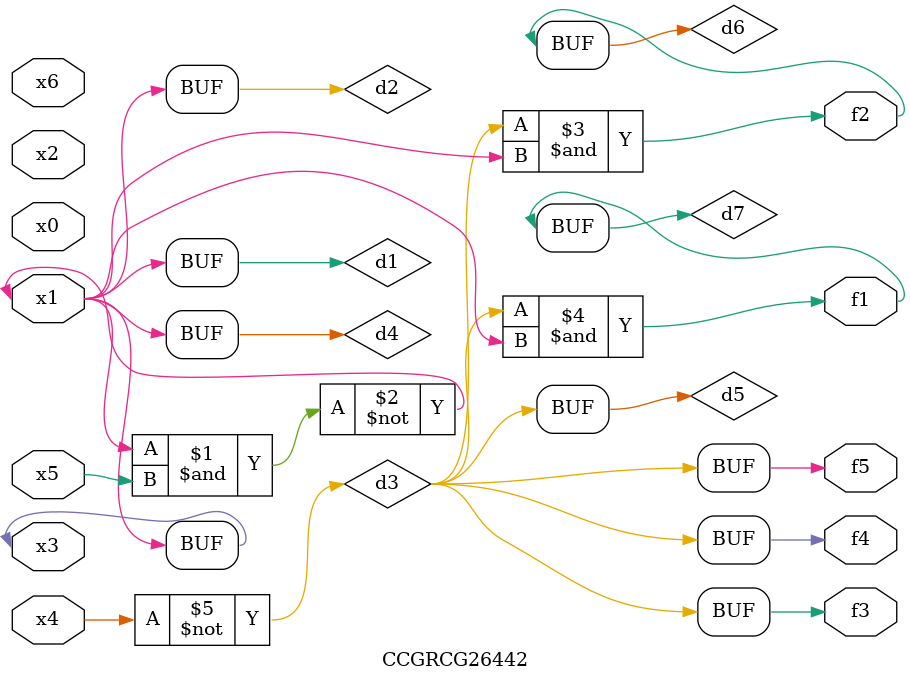
<source format=v>
module CCGRCG26442(
	input x0, x1, x2, x3, x4, x5, x6,
	output f1, f2, f3, f4, f5
);

	wire d1, d2, d3, d4, d5, d6, d7;

	buf (d1, x1, x3);
	nand (d2, x1, x5);
	not (d3, x4);
	buf (d4, d1, d2);
	buf (d5, d3);
	and (d6, d3, d4);
	and (d7, d3, d4);
	assign f1 = d7;
	assign f2 = d6;
	assign f3 = d5;
	assign f4 = d5;
	assign f5 = d5;
endmodule

</source>
